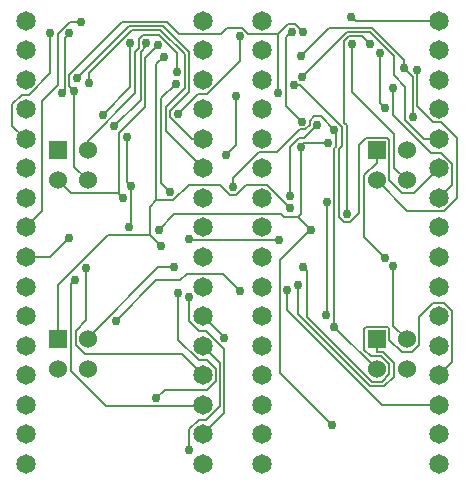
<source format=gbl>
G04 (created by PCBNEW (2013-jul-07)-stable) date Thu 09 Apr 2015 12:34:56 PM PDT*
%MOIN*%
G04 Gerber Fmt 3.4, Leading zero omitted, Abs format*
%FSLAX34Y34*%
G01*
G70*
G90*
G04 APERTURE LIST*
%ADD10C,0.00590551*%
%ADD11R,0.06X0.06*%
%ADD12C,0.06*%
%ADD13C,0.065*%
%ADD14C,0.03*%
%ADD15C,0.007*%
G04 APERTURE END LIST*
G54D10*
G54D11*
X21744Y-24500D03*
G54D12*
X21744Y-25500D03*
X22744Y-24500D03*
X22744Y-25500D03*
G54D11*
X21744Y-30799D03*
G54D12*
X21744Y-31799D03*
X22744Y-30799D03*
X22744Y-31799D03*
G54D11*
X32374Y-24500D03*
G54D12*
X32374Y-25500D03*
X33374Y-24500D03*
X33374Y-25500D03*
G54D11*
X32374Y-30799D03*
G54D12*
X32374Y-31799D03*
X33374Y-30799D03*
X33374Y-31799D03*
G54D13*
X28543Y-28051D03*
X28543Y-29035D03*
X28543Y-30019D03*
X28543Y-31003D03*
X28543Y-31988D03*
X28543Y-32972D03*
X28543Y-33956D03*
X28543Y-34940D03*
X34448Y-34940D03*
X34448Y-33956D03*
X34448Y-32972D03*
X34448Y-31988D03*
X34448Y-31003D03*
X34448Y-30019D03*
X34448Y-29035D03*
X34448Y-28051D03*
X28543Y-20177D03*
X28543Y-21161D03*
X28543Y-22145D03*
X28543Y-23129D03*
X28543Y-24114D03*
X28543Y-25098D03*
X28543Y-26082D03*
X28543Y-27066D03*
X34448Y-27066D03*
X34448Y-26082D03*
X34448Y-25098D03*
X34448Y-24114D03*
X34448Y-23129D03*
X34448Y-22145D03*
X34448Y-21161D03*
X34448Y-20177D03*
X20669Y-28051D03*
X20669Y-29035D03*
X20669Y-30019D03*
X20669Y-31003D03*
X20669Y-31988D03*
X20669Y-32972D03*
X20669Y-33956D03*
X20669Y-34940D03*
X26574Y-34940D03*
X26574Y-33956D03*
X26574Y-32972D03*
X26574Y-31988D03*
X26574Y-31003D03*
X26574Y-30019D03*
X26574Y-29035D03*
X26574Y-28051D03*
X20669Y-20177D03*
X20669Y-21161D03*
X20669Y-22145D03*
X20669Y-23129D03*
X20669Y-24114D03*
X20669Y-25098D03*
X20669Y-26082D03*
X20669Y-27066D03*
X26574Y-27066D03*
X26574Y-26082D03*
X26574Y-25098D03*
X26574Y-24114D03*
X26574Y-23129D03*
X26574Y-22145D03*
X26574Y-21161D03*
X26574Y-20177D03*
G54D14*
X25103Y-27138D03*
X30874Y-33645D03*
X29860Y-24369D03*
X30750Y-24266D03*
X30198Y-27150D03*
X22124Y-20595D03*
X21894Y-22577D03*
X24165Y-20920D03*
X23246Y-23311D03*
X29490Y-26009D03*
X30400Y-23634D03*
X24701Y-20907D03*
X23634Y-23700D03*
X27825Y-29186D03*
X23682Y-30174D03*
X29540Y-20534D03*
X29890Y-23542D03*
X30704Y-26223D03*
X30669Y-29995D03*
X27813Y-20692D03*
X25744Y-23281D03*
X32494Y-21265D03*
X32654Y-23071D03*
X25029Y-32766D03*
X25746Y-29241D03*
X25706Y-21897D03*
X25622Y-28393D03*
X33732Y-21818D03*
X32911Y-28346D03*
X29480Y-26408D03*
X25270Y-21376D03*
X25176Y-27670D03*
X32657Y-28076D03*
X33277Y-21738D03*
X29836Y-21358D03*
X33583Y-23395D03*
X31561Y-20955D03*
X29912Y-20534D03*
X22284Y-22519D03*
X29089Y-22573D03*
X29750Y-28976D03*
X22134Y-27402D03*
X22372Y-22091D03*
X22701Y-28422D03*
X29893Y-22047D03*
X29923Y-28374D03*
X22800Y-22239D03*
X22318Y-28818D03*
X29624Y-22303D03*
X29392Y-29152D03*
X27361Y-24634D03*
X27677Y-22698D03*
X26135Y-29377D03*
X32933Y-22410D03*
X25501Y-25900D03*
X25675Y-22282D03*
X31387Y-26630D03*
X32141Y-20950D03*
X26117Y-27447D03*
X29102Y-27498D03*
X25080Y-20997D03*
X23920Y-26073D03*
X30959Y-30371D03*
X24201Y-25670D03*
X27583Y-25712D03*
X30958Y-23815D03*
X24066Y-24056D03*
X24112Y-27062D03*
X27281Y-30740D03*
X26132Y-34498D03*
X31528Y-20034D03*
X22506Y-20213D03*
X21500Y-20573D03*
G54D15*
X29860Y-26631D02*
X29860Y-24369D01*
X29764Y-26727D02*
X29860Y-26631D01*
X29963Y-24266D02*
X29860Y-24369D01*
X30750Y-24266D02*
X29963Y-24266D01*
X30140Y-27150D02*
X30198Y-27150D01*
X30140Y-27103D02*
X30140Y-27150D01*
X29764Y-26727D02*
X30140Y-27103D01*
X29137Y-31908D02*
X30874Y-33645D01*
X29137Y-28153D02*
X29137Y-31908D01*
X30140Y-27150D02*
X29137Y-28153D01*
X25616Y-26625D02*
X25103Y-27138D01*
X29174Y-26625D02*
X25616Y-26625D01*
X29276Y-26727D02*
X29174Y-26625D01*
X29764Y-26727D02*
X29276Y-26727D01*
X21972Y-22499D02*
X21894Y-22577D01*
X21972Y-20747D02*
X21972Y-22499D01*
X22124Y-20595D02*
X21972Y-20747D01*
X24165Y-22392D02*
X23246Y-23311D01*
X24165Y-20920D02*
X24165Y-22392D01*
X29490Y-24378D02*
X29490Y-26009D01*
X29788Y-24079D02*
X29490Y-24378D01*
X29955Y-24079D02*
X29788Y-24079D01*
X30400Y-23634D02*
X29955Y-24079D01*
X24505Y-22829D02*
X23634Y-23700D01*
X24505Y-21227D02*
X24505Y-22829D01*
X24701Y-21031D02*
X24505Y-21227D01*
X24701Y-20907D02*
X24701Y-21031D01*
X25025Y-28831D02*
X23682Y-30174D01*
X25813Y-28831D02*
X25025Y-28831D01*
X26039Y-28604D02*
X25813Y-28831D01*
X27243Y-28604D02*
X26039Y-28604D01*
X27825Y-29186D02*
X27243Y-28604D01*
X29368Y-20706D02*
X29540Y-20534D01*
X29368Y-23021D02*
X29368Y-20706D01*
X29890Y-23542D02*
X29368Y-23021D01*
X30704Y-29961D02*
X30669Y-29995D01*
X30704Y-26223D02*
X30704Y-29961D01*
X26405Y-22621D02*
X25744Y-23281D01*
X26723Y-22621D02*
X26405Y-22621D01*
X27813Y-21531D02*
X26723Y-22621D01*
X27813Y-20692D02*
X27813Y-21531D01*
X32494Y-22911D02*
X32494Y-21265D01*
X32654Y-23071D02*
X32494Y-22911D01*
X25746Y-30805D02*
X25746Y-29241D01*
X26436Y-31496D02*
X25746Y-30805D01*
X26722Y-31496D02*
X26436Y-31496D01*
X27012Y-31786D02*
X26722Y-31496D01*
X27012Y-32172D02*
X27012Y-31786D01*
X26713Y-32471D02*
X27012Y-32172D01*
X25324Y-32471D02*
X26713Y-32471D01*
X25029Y-32766D02*
X25324Y-32471D01*
X25706Y-21234D02*
X25706Y-21897D01*
X25119Y-20646D02*
X25706Y-21234D01*
X24585Y-20646D02*
X25119Y-20646D01*
X24446Y-20786D02*
X24585Y-20646D01*
X24446Y-21088D02*
X24446Y-20786D01*
X24322Y-21211D02*
X24446Y-21088D01*
X24322Y-22595D02*
X24322Y-21211D01*
X22744Y-24174D02*
X24322Y-22595D01*
X22744Y-24500D02*
X22744Y-24174D01*
X25099Y-28393D02*
X25622Y-28393D01*
X22744Y-30749D02*
X25099Y-28393D01*
X22744Y-30799D02*
X22744Y-30749D01*
X33732Y-23032D02*
X33732Y-21818D01*
X34259Y-23560D02*
X33732Y-23032D01*
X34521Y-23560D02*
X34259Y-23560D01*
X35045Y-24084D02*
X34521Y-23560D01*
X35045Y-26096D02*
X35045Y-24084D01*
X34629Y-26513D02*
X35045Y-26096D01*
X33387Y-26513D02*
X34629Y-26513D01*
X32374Y-25500D02*
X33387Y-26513D01*
X32911Y-30336D02*
X32911Y-28346D01*
X33374Y-30799D02*
X32911Y-30336D01*
X21744Y-30799D02*
X21744Y-30394D01*
X25032Y-21614D02*
X25270Y-21376D01*
X25032Y-26162D02*
X25032Y-21614D01*
X24826Y-27319D02*
X25176Y-27670D01*
X23404Y-27319D02*
X24826Y-27319D01*
X21744Y-28980D02*
X23404Y-27319D01*
X21744Y-30394D02*
X21744Y-28980D01*
X24826Y-26368D02*
X25032Y-26162D01*
X24826Y-27319D02*
X24826Y-26368D01*
X28712Y-25640D02*
X29480Y-26408D01*
X28017Y-25640D02*
X28712Y-25640D01*
X27674Y-25982D02*
X28017Y-25640D01*
X27477Y-25982D02*
X27674Y-25982D01*
X27146Y-25651D02*
X27477Y-25982D01*
X26111Y-25651D02*
X27146Y-25651D01*
X25600Y-26162D02*
X26111Y-25651D01*
X25032Y-26162D02*
X25600Y-26162D01*
X32374Y-24500D02*
X32374Y-24905D01*
X31953Y-27373D02*
X32657Y-28076D01*
X31953Y-25325D02*
X31953Y-27373D01*
X32374Y-24905D02*
X31953Y-25325D01*
X30780Y-20414D02*
X29836Y-21358D01*
X32210Y-20414D02*
X30780Y-20414D01*
X33277Y-21481D02*
X32210Y-20414D01*
X33277Y-21738D02*
X33277Y-21481D01*
X33583Y-22044D02*
X33277Y-21738D01*
X33583Y-23395D02*
X33583Y-22044D01*
X31561Y-22548D02*
X31561Y-20955D01*
X32964Y-23951D02*
X31561Y-22548D01*
X32964Y-25090D02*
X32964Y-23951D01*
X33374Y-25500D02*
X32964Y-25090D01*
X22284Y-25039D02*
X22744Y-25500D01*
X22284Y-22519D02*
X22284Y-25039D01*
X29089Y-20607D02*
X29089Y-22573D01*
X29418Y-20278D02*
X29089Y-20607D01*
X29656Y-20278D02*
X29418Y-20278D01*
X29912Y-20534D02*
X29656Y-20278D01*
X22112Y-22348D02*
X22284Y-22519D01*
X22112Y-21976D02*
X22112Y-22348D01*
X23878Y-20211D02*
X22112Y-21976D01*
X25377Y-20211D02*
X23878Y-20211D01*
X25776Y-20610D02*
X25377Y-20211D01*
X27182Y-20610D02*
X25776Y-20610D01*
X27373Y-20420D02*
X27182Y-20610D01*
X27901Y-20420D02*
X27373Y-20420D01*
X28089Y-20607D02*
X27901Y-20420D01*
X29089Y-20607D02*
X28089Y-20607D01*
X32374Y-30799D02*
X32374Y-31204D01*
X29750Y-29964D02*
X29750Y-28976D01*
X32141Y-32355D02*
X29750Y-29964D01*
X32625Y-32355D02*
X32141Y-32355D01*
X32946Y-32035D02*
X32625Y-32355D01*
X32946Y-31573D02*
X32946Y-32035D01*
X32576Y-31204D02*
X32946Y-31573D01*
X32374Y-31204D02*
X32576Y-31204D01*
X21486Y-28051D02*
X22134Y-27402D01*
X20669Y-28051D02*
X21486Y-28051D01*
X24111Y-20351D02*
X22372Y-22091D01*
X25243Y-20351D02*
X24111Y-20351D01*
X26112Y-21220D02*
X25243Y-20351D01*
X26112Y-22547D02*
X26112Y-21220D01*
X25482Y-23178D02*
X26112Y-22547D01*
X25482Y-23384D02*
X25482Y-23178D01*
X26211Y-24114D02*
X25482Y-23384D01*
X26574Y-24114D02*
X26211Y-24114D01*
X22701Y-30150D02*
X22701Y-28422D01*
X22338Y-30514D02*
X22701Y-30150D01*
X22338Y-30987D02*
X22338Y-30514D01*
X22650Y-31299D02*
X22338Y-30987D01*
X25885Y-31299D02*
X22650Y-31299D01*
X26574Y-31988D02*
X25885Y-31299D01*
X33938Y-24114D02*
X34448Y-24114D01*
X33322Y-23497D02*
X33938Y-24114D01*
X33322Y-22368D02*
X33322Y-23497D01*
X32950Y-21996D02*
X33322Y-22368D01*
X32950Y-21353D02*
X32950Y-21996D01*
X32152Y-20554D02*
X32950Y-21353D01*
X31386Y-20554D02*
X32152Y-20554D01*
X29893Y-22047D02*
X31386Y-20554D01*
X30058Y-28508D02*
X29923Y-28374D01*
X30058Y-30063D02*
X30058Y-28508D01*
X32207Y-32212D02*
X30058Y-30063D01*
X32551Y-32212D02*
X32207Y-32212D01*
X32801Y-31963D02*
X32551Y-32212D01*
X32801Y-31631D02*
X32801Y-31963D01*
X32518Y-31348D02*
X32801Y-31631D01*
X32174Y-31348D02*
X32518Y-31348D01*
X31968Y-31142D02*
X32174Y-31348D01*
X31968Y-30440D02*
X31968Y-31142D01*
X32015Y-30394D02*
X31968Y-30440D01*
X32741Y-30394D02*
X32015Y-30394D01*
X32800Y-30453D02*
X32741Y-30394D01*
X32800Y-30801D02*
X32800Y-30453D01*
X33209Y-31209D02*
X32800Y-30801D01*
X33552Y-31209D02*
X33209Y-31209D01*
X33779Y-30983D02*
X33552Y-31209D01*
X33779Y-30060D02*
X33779Y-30983D01*
X34256Y-29583D02*
X33779Y-30060D01*
X34620Y-29583D02*
X34256Y-29583D01*
X34878Y-29841D02*
X34620Y-29583D01*
X34878Y-31558D02*
X34878Y-29841D01*
X34448Y-31988D02*
X34878Y-31558D01*
X22800Y-21924D02*
X22800Y-22239D01*
X24233Y-20491D02*
X22800Y-21924D01*
X25164Y-20491D02*
X24233Y-20491D01*
X25972Y-21299D02*
X25164Y-20491D01*
X25972Y-22408D02*
X25972Y-21299D01*
X25339Y-23041D02*
X25972Y-22408D01*
X25339Y-23863D02*
X25339Y-23041D01*
X26574Y-25098D02*
X25339Y-23863D01*
X26526Y-33021D02*
X26574Y-32972D01*
X23353Y-33021D02*
X26526Y-33021D01*
X22178Y-31845D02*
X23353Y-33021D01*
X22178Y-28958D02*
X22178Y-31845D01*
X22318Y-28818D02*
X22178Y-28958D01*
X29828Y-22303D02*
X29624Y-22303D01*
X31234Y-23709D02*
X29828Y-22303D01*
X31234Y-24340D02*
X31234Y-23709D01*
X31120Y-24454D02*
X31234Y-24340D01*
X31120Y-26726D02*
X31120Y-24454D01*
X31280Y-26886D02*
X31120Y-26726D01*
X31492Y-26886D02*
X31280Y-26886D01*
X31780Y-26598D02*
X31492Y-26886D01*
X31780Y-24329D02*
X31780Y-26598D01*
X32015Y-24094D02*
X31780Y-24329D01*
X32732Y-24094D02*
X32015Y-24094D01*
X32779Y-24141D02*
X32732Y-24094D01*
X32779Y-25489D02*
X32779Y-24141D01*
X33205Y-25915D02*
X32779Y-25489D01*
X33631Y-25915D02*
X33205Y-25915D01*
X34448Y-25098D02*
X33631Y-25915D01*
X29392Y-29805D02*
X29392Y-29152D01*
X32559Y-32972D02*
X29392Y-29805D01*
X34448Y-32972D02*
X32559Y-32972D01*
X27677Y-24317D02*
X27677Y-22698D01*
X27361Y-24634D02*
X27677Y-24317D01*
X26135Y-30190D02*
X26135Y-29377D01*
X26457Y-30511D02*
X26135Y-30190D01*
X26691Y-30511D02*
X26457Y-30511D01*
X27292Y-31113D02*
X26691Y-30511D01*
X27292Y-33239D02*
X27292Y-31113D01*
X26574Y-33956D02*
X27292Y-33239D01*
X34897Y-25634D02*
X34448Y-26082D01*
X34897Y-24937D02*
X34897Y-25634D01*
X34531Y-24571D02*
X34897Y-24937D01*
X34192Y-24571D02*
X34531Y-24571D01*
X32933Y-23312D02*
X34192Y-24571D01*
X32933Y-22410D02*
X32933Y-23312D01*
X25192Y-22765D02*
X25675Y-22282D01*
X25192Y-25592D02*
X25192Y-22765D01*
X25501Y-25900D02*
X25192Y-25592D01*
X31886Y-20695D02*
X32141Y-20950D01*
X31460Y-20695D02*
X31886Y-20695D01*
X31291Y-20864D02*
X31460Y-20695D01*
X31291Y-23568D02*
X31291Y-20864D01*
X31387Y-23664D02*
X31291Y-23568D01*
X31387Y-26630D02*
X31387Y-23664D01*
X26167Y-27498D02*
X26117Y-27447D01*
X29102Y-27498D02*
X26167Y-27498D01*
X22174Y-25930D02*
X23781Y-25930D01*
X21744Y-25500D02*
X22174Y-25930D01*
X24645Y-21432D02*
X25080Y-20997D01*
X24645Y-23065D02*
X24645Y-21432D01*
X23781Y-23928D02*
X24645Y-23065D01*
X23781Y-25930D02*
X23781Y-23928D01*
X23781Y-25934D02*
X23920Y-26073D01*
X23781Y-25930D02*
X23781Y-25934D01*
X30959Y-30385D02*
X30959Y-30371D01*
X32374Y-31799D02*
X30959Y-30385D01*
X30508Y-23365D02*
X30958Y-23815D01*
X30301Y-23365D02*
X30508Y-23365D01*
X30145Y-23521D02*
X30301Y-23365D01*
X30145Y-23648D02*
X30145Y-23521D01*
X29995Y-23797D02*
X30145Y-23648D01*
X29805Y-23797D02*
X29995Y-23797D01*
X29046Y-24556D02*
X29805Y-23797D01*
X28446Y-24556D02*
X29046Y-24556D01*
X27583Y-25419D02*
X28446Y-24556D01*
X27583Y-25712D02*
X27583Y-25419D01*
X31005Y-23862D02*
X30958Y-23815D01*
X31005Y-24371D02*
X31005Y-23862D01*
X30959Y-24417D02*
X31005Y-24371D01*
X30959Y-30371D02*
X30959Y-24417D01*
X24066Y-25535D02*
X24201Y-25670D01*
X24066Y-24056D02*
X24066Y-25535D01*
X24201Y-26973D02*
X24201Y-25670D01*
X24112Y-27062D02*
X24201Y-26973D01*
X27281Y-30726D02*
X27281Y-30740D01*
X26574Y-30019D02*
X27281Y-30726D01*
X27152Y-31581D02*
X26574Y-31003D01*
X27152Y-33010D02*
X27152Y-31581D01*
X26685Y-33476D02*
X27152Y-33010D01*
X26443Y-33476D02*
X26685Y-33476D01*
X26132Y-33787D02*
X26443Y-33476D01*
X26132Y-34498D02*
X26132Y-33787D01*
X31671Y-20177D02*
X31528Y-20034D01*
X34448Y-20177D02*
X31671Y-20177D01*
X21223Y-26512D02*
X20669Y-27066D01*
X21223Y-22856D02*
X21223Y-26512D01*
X21755Y-22324D02*
X21223Y-22856D01*
X21755Y-20603D02*
X21755Y-22324D01*
X22146Y-20213D02*
X21755Y-20603D01*
X22506Y-20213D02*
X22146Y-20213D01*
X21500Y-21923D02*
X21500Y-20573D01*
X20786Y-22637D02*
X21500Y-21923D01*
X20550Y-22637D02*
X20786Y-22637D01*
X20226Y-22962D02*
X20550Y-22637D01*
X20226Y-23671D02*
X20226Y-22962D01*
X20669Y-24114D02*
X20226Y-23671D01*
M02*

</source>
